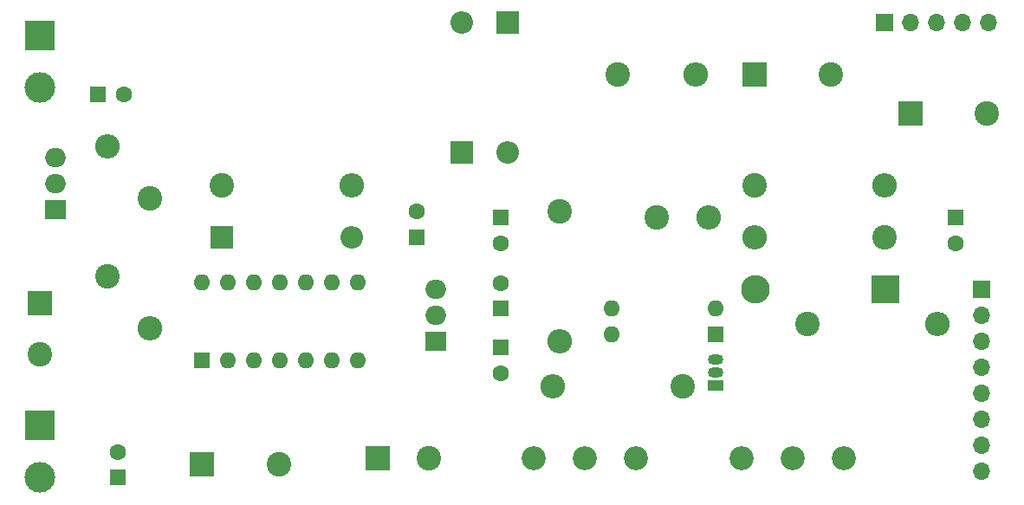
<source format=gbr>
%TF.GenerationSoftware,KiCad,Pcbnew,(5.1.8)-1*%
%TF.CreationDate,2022-06-16T12:56:30+03:00*%
%TF.ProjectId,FORWARD_CONVERTER,464f5257-4152-4445-9f43-4f4e56455254,rev?*%
%TF.SameCoordinates,Original*%
%TF.FileFunction,Soldermask,Bot*%
%TF.FilePolarity,Negative*%
%FSLAX46Y46*%
G04 Gerber Fmt 4.6, Leading zero omitted, Abs format (unit mm)*
G04 Created by KiCad (PCBNEW (5.1.8)-1) date 2022-06-16 12:56:30*
%MOMM*%
%LPD*%
G01*
G04 APERTURE LIST*
%ADD10O,1.500000X1.050000*%
%ADD11R,1.500000X1.050000*%
%ADD12R,2.000000X1.905000*%
%ADD13O,2.000000X1.905000*%
%ADD14C,2.400000*%
%ADD15O,2.400000X2.400000*%
%ADD16R,1.600000X1.600000*%
%ADD17C,1.600000*%
%ADD18O,1.600000X1.600000*%
%ADD19C,2.340000*%
%ADD20R,1.700000X1.700000*%
%ADD21O,1.700000X1.700000*%
%ADD22R,3.000000X3.000000*%
%ADD23C,3.000000*%
%ADD24R,2.800000X2.800000*%
%ADD25O,2.800000X2.800000*%
%ADD26R,2.200000X2.200000*%
%ADD27O,2.200000X2.200000*%
%ADD28R,2.400000X2.400000*%
G04 APERTURE END LIST*
D10*
%TO.C,Q2*%
X172720000Y-95123000D03*
X172720000Y-93853000D03*
D11*
X172720000Y-96393000D03*
%TD*%
D12*
%TO.C,Q1*%
X108204000Y-79248000D03*
D13*
X108204000Y-76708000D03*
X108204000Y-74168000D03*
%TD*%
D14*
%TO.C,R3*%
X113284000Y-85725000D03*
D15*
X113284000Y-73025000D03*
%TD*%
D16*
%TO.C,C3*%
X112395000Y-67945000D03*
D17*
X114895000Y-67945000D03*
%TD*%
D12*
%TO.C,U3*%
X145415000Y-92075000D03*
D13*
X145415000Y-89535000D03*
X145415000Y-86995000D03*
%TD*%
D16*
%TO.C,U2*%
X122555000Y-93980000D03*
D18*
X137795000Y-86360000D03*
X125095000Y-93980000D03*
X135255000Y-86360000D03*
X127635000Y-93980000D03*
X132715000Y-86360000D03*
X130175000Y-93980000D03*
X130175000Y-86360000D03*
X132715000Y-93980000D03*
X127635000Y-86360000D03*
X135255000Y-93980000D03*
X125095000Y-86360000D03*
X137795000Y-93980000D03*
X122555000Y-86360000D03*
%TD*%
D16*
%TO.C,U1*%
X172720000Y-91440000D03*
D18*
X162560000Y-88900000D03*
X172720000Y-88900000D03*
X162560000Y-91440000D03*
%TD*%
D19*
%TO.C,RV2*%
X164940000Y-103505000D03*
X159940000Y-103505000D03*
X154940000Y-103505000D03*
%TD*%
%TO.C,RV1*%
X185260000Y-103505000D03*
X180260000Y-103505000D03*
X175260000Y-103505000D03*
%TD*%
D14*
%TO.C,R10*%
X169545000Y-96520000D03*
D15*
X156845000Y-96520000D03*
%TD*%
D14*
%TO.C,R7*%
X181737000Y-90424000D03*
D15*
X194437000Y-90424000D03*
%TD*%
D14*
%TO.C,R6*%
X157480000Y-79375000D03*
D15*
X157480000Y-92075000D03*
%TD*%
D14*
%TO.C,R5*%
X117475000Y-78105000D03*
D15*
X117475000Y-90805000D03*
%TD*%
D14*
%TO.C,R4*%
X124460000Y-76835000D03*
D15*
X137160000Y-76835000D03*
%TD*%
D14*
%TO.C,R2*%
X189230000Y-81915000D03*
D15*
X176530000Y-81915000D03*
%TD*%
D14*
%TO.C,R1*%
X176530000Y-76835000D03*
D15*
X189230000Y-76835000D03*
%TD*%
D14*
%TO.C,L2*%
X167005000Y-80010000D03*
D15*
X172085000Y-80010000D03*
%TD*%
D14*
%TO.C,L1*%
X163195000Y-66040000D03*
D15*
X170815000Y-66040000D03*
%TD*%
D20*
%TO.C,J5*%
X198755000Y-86995000D03*
D21*
X198755000Y-89535000D03*
X198755000Y-92075000D03*
X198755000Y-94615000D03*
X198755000Y-97155000D03*
X198755000Y-99695000D03*
X198755000Y-102235000D03*
X198755000Y-104775000D03*
%TD*%
D22*
%TO.C,J4*%
X106680000Y-100330000D03*
D23*
X106680000Y-105410000D03*
%TD*%
D20*
%TO.C,J2*%
X189230000Y-60960000D03*
D21*
X191770000Y-60960000D03*
X194310000Y-60960000D03*
X196850000Y-60960000D03*
X199390000Y-60960000D03*
%TD*%
D22*
%TO.C,J1*%
X106680000Y-62230000D03*
D23*
X106680000Y-67310000D03*
%TD*%
D24*
%TO.C,D5*%
X189357000Y-86995000D03*
D25*
X176657000Y-86995000D03*
%TD*%
D26*
%TO.C,D3*%
X124460000Y-81915000D03*
D27*
X137160000Y-81915000D03*
%TD*%
D26*
%TO.C,D2*%
X152400000Y-60960000D03*
D27*
X152400000Y-73660000D03*
%TD*%
D26*
%TO.C,D1*%
X147955000Y-73660000D03*
D27*
X147955000Y-60960000D03*
%TD*%
D16*
%TO.C,C12*%
X151765000Y-80010000D03*
D17*
X151765000Y-82510000D03*
%TD*%
D16*
%TO.C,C11*%
X151765000Y-88900000D03*
D17*
X151765000Y-86400000D03*
%TD*%
D16*
%TO.C,C10*%
X151765000Y-92710000D03*
D17*
X151765000Y-95210000D03*
%TD*%
D28*
%TO.C,C9*%
X139700000Y-103505000D03*
D14*
X144700000Y-103505000D03*
%TD*%
D16*
%TO.C,C8*%
X114300000Y-105410000D03*
D17*
X114300000Y-102910000D03*
%TD*%
D16*
%TO.C,C7*%
X196215000Y-80010000D03*
D17*
X196215000Y-82510000D03*
%TD*%
D28*
%TO.C,C6*%
X122555000Y-104140000D03*
D14*
X130055000Y-104140000D03*
%TD*%
D16*
%TO.C,C5*%
X143510000Y-81915000D03*
D17*
X143510000Y-79415000D03*
%TD*%
D28*
%TO.C,C4*%
X106680000Y-88392000D03*
D14*
X106680000Y-93392000D03*
%TD*%
D28*
%TO.C,C2*%
X176530000Y-66040000D03*
D14*
X184030000Y-66040000D03*
%TD*%
D28*
%TO.C,C1*%
X191770000Y-69850000D03*
D14*
X199270000Y-69850000D03*
%TD*%
M02*

</source>
